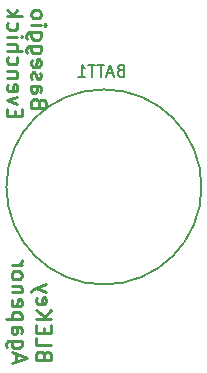
<source format=gbo>
%FSLAX46Y46*%
G04 Gerber Fmt 4.6, Leading zero omitted, Abs format (unit mm)*
G04 Created by KiCad (PCBNEW (2014-10-22 BZR 5216)-product) date Thu 04 Jun 2015 03:27:15 PM EDT*
%MOMM*%
G01*
G04 APERTURE LIST*
%ADD10C,0.100000*%
%ADD11C,0.250000*%
%ADD12C,0.150000*%
G04 APERTURE END LIST*
D10*
D11*
X165889286Y-96847618D02*
X165829762Y-96661904D01*
X165770238Y-96599999D01*
X165651190Y-96538094D01*
X165472619Y-96538094D01*
X165353571Y-96599999D01*
X165294048Y-96661904D01*
X165234524Y-96785713D01*
X165234524Y-97280951D01*
X166484524Y-97280951D01*
X166484524Y-96847618D01*
X166425000Y-96723808D01*
X166365476Y-96661904D01*
X166246429Y-96599999D01*
X166127381Y-96599999D01*
X166008333Y-96661904D01*
X165948810Y-96723808D01*
X165889286Y-96847618D01*
X165889286Y-97280951D01*
X165234524Y-95423808D02*
X165889286Y-95423808D01*
X166008333Y-95485713D01*
X166067857Y-95609523D01*
X166067857Y-95857142D01*
X166008333Y-95980951D01*
X165294048Y-95423808D02*
X165234524Y-95547618D01*
X165234524Y-95857142D01*
X165294048Y-95980951D01*
X165413095Y-96042856D01*
X165532143Y-96042856D01*
X165651190Y-95980951D01*
X165710714Y-95857142D01*
X165710714Y-95547618D01*
X165770238Y-95423808D01*
X165294048Y-94866666D02*
X165234524Y-94742856D01*
X165234524Y-94495237D01*
X165294048Y-94371428D01*
X165413095Y-94309523D01*
X165472619Y-94309523D01*
X165591667Y-94371428D01*
X165651190Y-94495237D01*
X165651190Y-94680952D01*
X165710714Y-94804761D01*
X165829762Y-94866666D01*
X165889286Y-94866666D01*
X166008333Y-94804761D01*
X166067857Y-94680952D01*
X166067857Y-94495237D01*
X166008333Y-94371428D01*
X165294048Y-93257142D02*
X165234524Y-93380952D01*
X165234524Y-93628571D01*
X165294048Y-93752380D01*
X165413095Y-93814285D01*
X165889286Y-93814285D01*
X166008333Y-93752380D01*
X166067857Y-93628571D01*
X166067857Y-93380952D01*
X166008333Y-93257142D01*
X165889286Y-93195237D01*
X165770238Y-93195237D01*
X165651190Y-93814285D01*
X166067857Y-92080951D02*
X165055952Y-92080951D01*
X164936905Y-92142856D01*
X164877381Y-92204761D01*
X164817857Y-92328570D01*
X164817857Y-92514285D01*
X164877381Y-92638094D01*
X165294048Y-92080951D02*
X165234524Y-92204761D01*
X165234524Y-92452380D01*
X165294048Y-92576189D01*
X165353571Y-92638094D01*
X165472619Y-92699999D01*
X165829762Y-92699999D01*
X165948810Y-92638094D01*
X166008333Y-92576189D01*
X166067857Y-92452380D01*
X166067857Y-92204761D01*
X166008333Y-92080951D01*
X166067857Y-90904761D02*
X165055952Y-90904761D01*
X164936905Y-90966666D01*
X164877381Y-91028571D01*
X164817857Y-91152380D01*
X164817857Y-91338095D01*
X164877381Y-91461904D01*
X165294048Y-90904761D02*
X165234524Y-91028571D01*
X165234524Y-91276190D01*
X165294048Y-91399999D01*
X165353571Y-91461904D01*
X165472619Y-91523809D01*
X165829762Y-91523809D01*
X165948810Y-91461904D01*
X166008333Y-91399999D01*
X166067857Y-91276190D01*
X166067857Y-91028571D01*
X166008333Y-90904761D01*
X165234524Y-90285714D02*
X166067857Y-90285714D01*
X166484524Y-90285714D02*
X166425000Y-90347619D01*
X166365476Y-90285714D01*
X166425000Y-90223809D01*
X166484524Y-90285714D01*
X166365476Y-90285714D01*
X165234524Y-89480952D02*
X165294048Y-89604761D01*
X165353571Y-89666666D01*
X165472619Y-89728571D01*
X165829762Y-89728571D01*
X165948810Y-89666666D01*
X166008333Y-89604761D01*
X166067857Y-89480952D01*
X166067857Y-89295238D01*
X166008333Y-89171428D01*
X165948810Y-89109523D01*
X165829762Y-89047619D01*
X165472619Y-89047619D01*
X165353571Y-89109523D01*
X165294048Y-89171428D01*
X165234524Y-89295238D01*
X165234524Y-89480952D01*
X163889286Y-98023809D02*
X163889286Y-97590476D01*
X163234524Y-97404762D02*
X163234524Y-98023809D01*
X164484524Y-98023809D01*
X164484524Y-97404762D01*
X164067857Y-96971429D02*
X163234524Y-96661905D01*
X164067857Y-96352381D01*
X163294048Y-95361905D02*
X163234524Y-95485715D01*
X163234524Y-95733334D01*
X163294048Y-95857143D01*
X163413095Y-95919048D01*
X163889286Y-95919048D01*
X164008333Y-95857143D01*
X164067857Y-95733334D01*
X164067857Y-95485715D01*
X164008333Y-95361905D01*
X163889286Y-95300000D01*
X163770238Y-95300000D01*
X163651190Y-95919048D01*
X164067857Y-94742857D02*
X163234524Y-94742857D01*
X163948810Y-94742857D02*
X164008333Y-94680952D01*
X164067857Y-94557143D01*
X164067857Y-94371429D01*
X164008333Y-94247619D01*
X163889286Y-94185714D01*
X163234524Y-94185714D01*
X163294048Y-93009524D02*
X163234524Y-93133334D01*
X163234524Y-93380953D01*
X163294048Y-93504762D01*
X163353571Y-93566667D01*
X163472619Y-93628572D01*
X163829762Y-93628572D01*
X163948810Y-93566667D01*
X164008333Y-93504762D01*
X164067857Y-93380953D01*
X164067857Y-93133334D01*
X164008333Y-93009524D01*
X163234524Y-92452381D02*
X164484524Y-92452381D01*
X163234524Y-91895238D02*
X163889286Y-91895238D01*
X164008333Y-91957143D01*
X164067857Y-92080953D01*
X164067857Y-92266667D01*
X164008333Y-92390476D01*
X163948810Y-92452381D01*
X163234524Y-91276191D02*
X164067857Y-91276191D01*
X164484524Y-91276191D02*
X164425000Y-91338096D01*
X164365476Y-91276191D01*
X164425000Y-91214286D01*
X164484524Y-91276191D01*
X164365476Y-91276191D01*
X163294048Y-90100000D02*
X163234524Y-90223810D01*
X163234524Y-90471429D01*
X163294048Y-90595238D01*
X163353571Y-90657143D01*
X163472619Y-90719048D01*
X163829762Y-90719048D01*
X163948810Y-90657143D01*
X164008333Y-90595238D01*
X164067857Y-90471429D01*
X164067857Y-90223810D01*
X164008333Y-90100000D01*
X163234524Y-89542857D02*
X164484524Y-89542857D01*
X163710714Y-89419048D02*
X163234524Y-89047619D01*
X164067857Y-89047619D02*
X163591667Y-89542857D01*
X166327857Y-118257143D02*
X166265952Y-118071429D01*
X166204048Y-118009524D01*
X166080238Y-117947619D01*
X165894524Y-117947619D01*
X165770714Y-118009524D01*
X165708810Y-118071429D01*
X165646905Y-118195238D01*
X165646905Y-118690476D01*
X166946905Y-118690476D01*
X166946905Y-118257143D01*
X166885000Y-118133333D01*
X166823095Y-118071429D01*
X166699286Y-118009524D01*
X166575476Y-118009524D01*
X166451667Y-118071429D01*
X166389762Y-118133333D01*
X166327857Y-118257143D01*
X166327857Y-118690476D01*
X165646905Y-116771429D02*
X165646905Y-117390476D01*
X166946905Y-117390476D01*
X166327857Y-116338095D02*
X166327857Y-115904762D01*
X165646905Y-115719048D02*
X165646905Y-116338095D01*
X166946905Y-116338095D01*
X166946905Y-115719048D01*
X165646905Y-115161905D02*
X166946905Y-115161905D01*
X165646905Y-114419048D02*
X166389762Y-114976191D01*
X166946905Y-114419048D02*
X166204048Y-115161905D01*
X165708810Y-113366667D02*
X165646905Y-113490477D01*
X165646905Y-113738096D01*
X165708810Y-113861905D01*
X165832619Y-113923810D01*
X166327857Y-113923810D01*
X166451667Y-113861905D01*
X166513571Y-113738096D01*
X166513571Y-113490477D01*
X166451667Y-113366667D01*
X166327857Y-113304762D01*
X166204048Y-113304762D01*
X166080238Y-113923810D01*
X166513571Y-112871429D02*
X165646905Y-112561905D01*
X166513571Y-112252381D02*
X165646905Y-112561905D01*
X165337381Y-112685714D01*
X165275476Y-112747619D01*
X165213571Y-112871429D01*
X163948333Y-118752381D02*
X163948333Y-118133333D01*
X163576905Y-118876190D02*
X164876905Y-118442857D01*
X163576905Y-118009524D01*
X164443571Y-117019047D02*
X163391190Y-117019047D01*
X163267381Y-117080952D01*
X163205476Y-117142857D01*
X163143571Y-117266666D01*
X163143571Y-117452381D01*
X163205476Y-117576190D01*
X163638810Y-117019047D02*
X163576905Y-117142857D01*
X163576905Y-117390476D01*
X163638810Y-117514285D01*
X163700714Y-117576190D01*
X163824524Y-117638095D01*
X164195952Y-117638095D01*
X164319762Y-117576190D01*
X164381667Y-117514285D01*
X164443571Y-117390476D01*
X164443571Y-117142857D01*
X164381667Y-117019047D01*
X163576905Y-115842857D02*
X164257857Y-115842857D01*
X164381667Y-115904762D01*
X164443571Y-116028572D01*
X164443571Y-116276191D01*
X164381667Y-116400000D01*
X163638810Y-115842857D02*
X163576905Y-115966667D01*
X163576905Y-116276191D01*
X163638810Y-116400000D01*
X163762619Y-116461905D01*
X163886429Y-116461905D01*
X164010238Y-116400000D01*
X164072143Y-116276191D01*
X164072143Y-115966667D01*
X164134048Y-115842857D01*
X164443571Y-115223810D02*
X163143571Y-115223810D01*
X164381667Y-115223810D02*
X164443571Y-115100001D01*
X164443571Y-114852382D01*
X164381667Y-114728572D01*
X164319762Y-114666667D01*
X164195952Y-114604763D01*
X163824524Y-114604763D01*
X163700714Y-114666667D01*
X163638810Y-114728572D01*
X163576905Y-114852382D01*
X163576905Y-115100001D01*
X163638810Y-115223810D01*
X163638810Y-113552382D02*
X163576905Y-113676192D01*
X163576905Y-113923811D01*
X163638810Y-114047620D01*
X163762619Y-114109525D01*
X164257857Y-114109525D01*
X164381667Y-114047620D01*
X164443571Y-113923811D01*
X164443571Y-113676192D01*
X164381667Y-113552382D01*
X164257857Y-113490477D01*
X164134048Y-113490477D01*
X164010238Y-114109525D01*
X164443571Y-112933334D02*
X163576905Y-112933334D01*
X164319762Y-112933334D02*
X164381667Y-112871429D01*
X164443571Y-112747620D01*
X164443571Y-112561906D01*
X164381667Y-112438096D01*
X164257857Y-112376191D01*
X163576905Y-112376191D01*
X163576905Y-111571430D02*
X163638810Y-111695239D01*
X163700714Y-111757144D01*
X163824524Y-111819049D01*
X164195952Y-111819049D01*
X164319762Y-111757144D01*
X164381667Y-111695239D01*
X164443571Y-111571430D01*
X164443571Y-111385716D01*
X164381667Y-111261906D01*
X164319762Y-111200001D01*
X164195952Y-111138097D01*
X163824524Y-111138097D01*
X163700714Y-111200001D01*
X163638810Y-111261906D01*
X163576905Y-111385716D01*
X163576905Y-111571430D01*
X163576905Y-110580954D02*
X164443571Y-110580954D01*
X164195952Y-110580954D02*
X164319762Y-110519049D01*
X164381667Y-110457145D01*
X164443571Y-110333335D01*
X164443571Y-110209526D01*
D12*
X179660751Y-104000000D02*
G75*
G03X179660751Y-104000000I-8260751J0D01*
G01*
X172795238Y-94128571D02*
X172652381Y-94176190D01*
X172604762Y-94223810D01*
X172557143Y-94319048D01*
X172557143Y-94461905D01*
X172604762Y-94557143D01*
X172652381Y-94604762D01*
X172747619Y-94652381D01*
X173128572Y-94652381D01*
X173128572Y-93652381D01*
X172795238Y-93652381D01*
X172700000Y-93700000D01*
X172652381Y-93747619D01*
X172604762Y-93842857D01*
X172604762Y-93938095D01*
X172652381Y-94033333D01*
X172700000Y-94080952D01*
X172795238Y-94128571D01*
X173128572Y-94128571D01*
X172176191Y-94366667D02*
X171700000Y-94366667D01*
X172271429Y-94652381D02*
X171938096Y-93652381D01*
X171604762Y-94652381D01*
X171414286Y-93652381D02*
X170842857Y-93652381D01*
X171128572Y-94652381D02*
X171128572Y-93652381D01*
X170652381Y-93652381D02*
X170080952Y-93652381D01*
X170366667Y-94652381D02*
X170366667Y-93652381D01*
X169223809Y-94652381D02*
X169795238Y-94652381D01*
X169509524Y-94652381D02*
X169509524Y-93652381D01*
X169604762Y-93795238D01*
X169700000Y-93890476D01*
X169795238Y-93938095D01*
M02*

</source>
